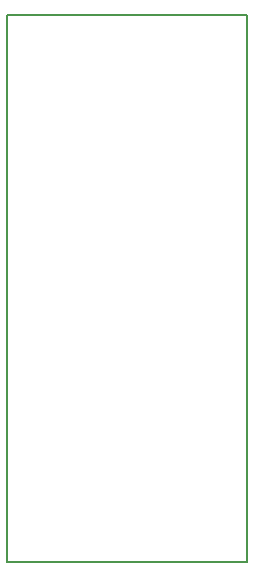
<source format=gbr>
%TF.GenerationSoftware,KiCad,Pcbnew,6.0.2-378541a8eb~116~ubuntu21.10.1*%
%TF.CreationDate,2022-02-16T23:17:44+01:00*%
%TF.ProjectId,GreenFox,47726565-6e46-46f7-982e-6b696361645f,Rev1*%
%TF.SameCoordinates,PX6d01460PY68c4118*%
%TF.FileFunction,Profile,NP*%
%FSLAX46Y46*%
G04 Gerber Fmt 4.6, Leading zero omitted, Abs format (unit mm)*
G04 Created by KiCad (PCBNEW 6.0.2-378541a8eb~116~ubuntu21.10.1) date 2022-02-16 23:17:44*
%MOMM*%
%LPD*%
G01*
G04 APERTURE LIST*
%TA.AperFunction,Profile*%
%ADD10C,0.200000*%
%TD*%
G04 APERTURE END LIST*
D10*
X20320000Y0D02*
X20320000Y6223000D01*
X0Y0D02*
X20320000Y0D01*
X0Y6223000D02*
X0Y0D01*
X0Y6223000D02*
X0Y46355000D01*
X20320000Y46355000D02*
X20320000Y6223000D01*
X0Y46355000D02*
X20320000Y46355000D01*
M02*

</source>
